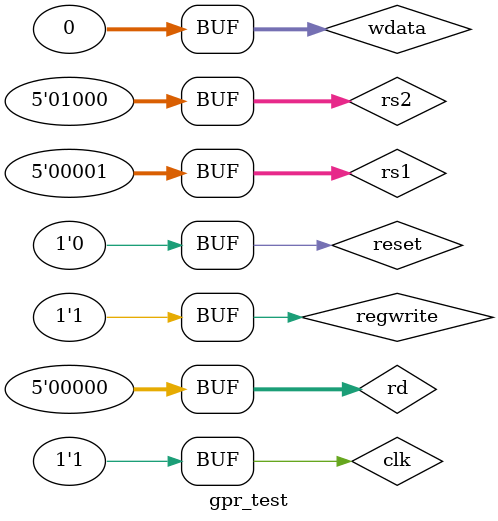
<source format=v>
`timescale 1ns / 1ps


module gpr_test;

	// Inputs
	reg clk;
	reg reset;
	reg [4:0] rs1;
	reg [4:0] rs2;
	reg [4:0] rd;
	reg regwrite;
	reg [31:0] wdata;

	// Outputs
	wire [31:0] rdata1;
	wire [31:0] rdata2;

	// Instantiate the Unit Under Test (UUT)
	gpr uut (
		.clk(clk), 
		.reset(reset), 
		.rs1(rs1), 
		.rs2(rs2), 
		.rd(rd), 
		.regwrite(regwrite), 
		.rdata1(rdata1), 
		.rdata2(rdata2), 
		.wdata(wdata)
	);

	initial begin
		// Initialize Inputs
		clk = 0;
		reset = 0;
		rs1 = 0;
		rs2 = 0;
		rd = 0;
		regwrite = 0;
		wdata=0;


		#10 clk=1;reset=1;
		#10 reset=0;
		#10 clk=0;
		#10 clk=1;rs1=5'b00001;
		#10 clk=0;
		#10 clk=1;rs2=5'b01000;
		#10 regwrite=1;
	end
endmodule


</source>
